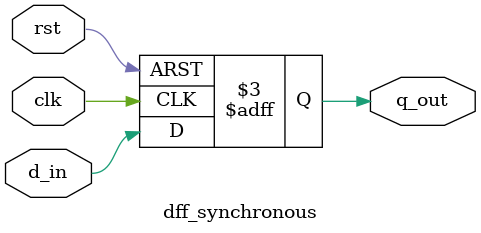
<source format=v>

module dff_synchronous(
    output reg q_out,
  input clk,rst,
  input d_in );
  
  always @(posedge clk, negedge rst)
  begin
    if(!rst)
      q_out <= 0;
  else
    q_out <= d_in;
  end
endmodule

</source>
